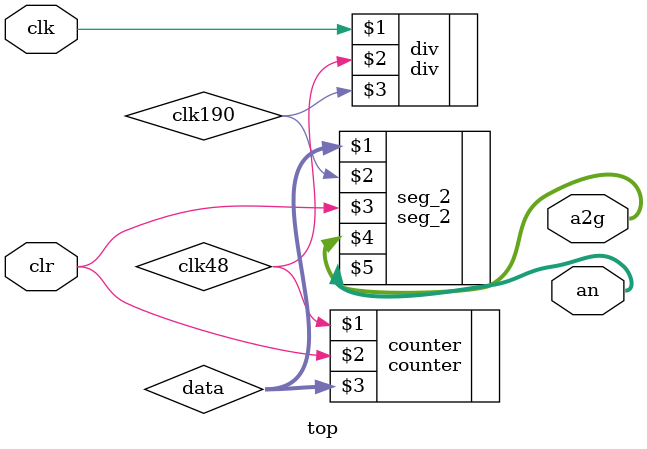
<source format=v>
`timescale 1ns / 1ps


module top(
    input clk,
    input clr,
    output [6:0] a2g,
    output [1:0] an
    );
    
    wire clk48, clk190;
    wire [7:0] data;
    
    div div(clk, clk48, clk190);
    counter counter(clk48, clr, data);
    seg_2 seg_2(data, clk190, clr, a2g, an);
endmodule

</source>
